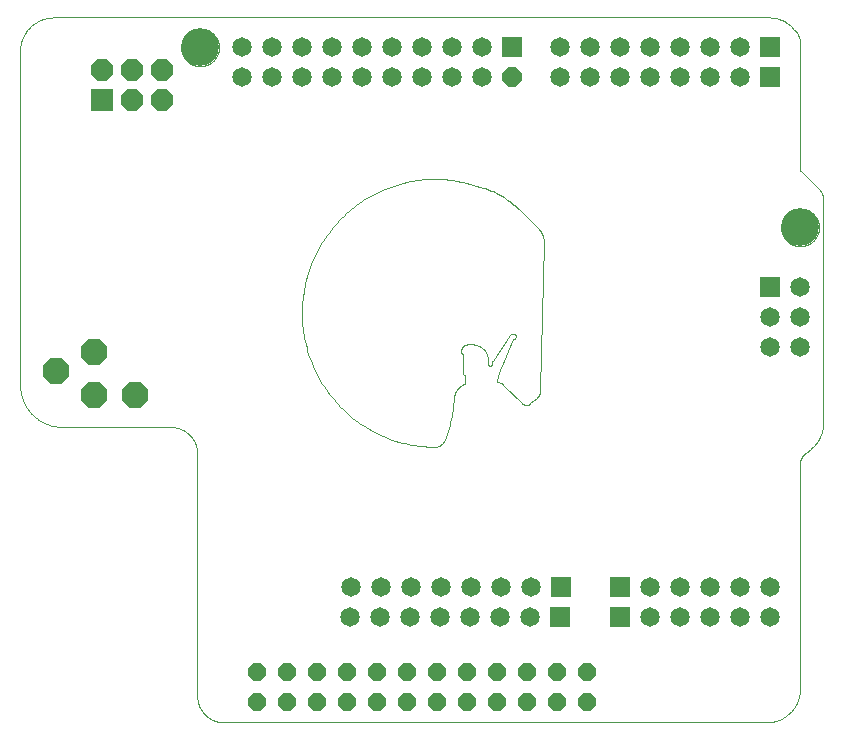
<source format=gbs>
G75*
%MOIN*%
%OFA0B0*%
%FSLAX25Y25*%
%IPPOS*%
%LPD*%
%AMOC8*
5,1,8,0,0,1.08239X$1,22.5*
%
%ADD10C,0.00000*%
%ADD11R,0.06500X0.06500*%
%ADD12C,0.06500*%
%ADD13C,0.12600*%
%ADD14R,0.07400X0.07400*%
%ADD15OC8,0.07400*%
%ADD16OC8,0.06000*%
%ADD17OC8,0.06500*%
%ADD18OC8,0.08500*%
D10*
X0064055Y0017159D02*
X0064055Y0097977D01*
X0064052Y0098190D01*
X0064045Y0098402D01*
X0064032Y0098615D01*
X0064014Y0098827D01*
X0063991Y0099038D01*
X0063963Y0099249D01*
X0063929Y0099459D01*
X0063891Y0099668D01*
X0063848Y0099877D01*
X0063799Y0100084D01*
X0063746Y0100290D01*
X0063687Y0100494D01*
X0063624Y0100697D01*
X0063556Y0100899D01*
X0063483Y0101099D01*
X0063405Y0101297D01*
X0063323Y0101493D01*
X0063235Y0101687D01*
X0063143Y0101878D01*
X0063047Y0102068D01*
X0062946Y0102255D01*
X0062840Y0102440D01*
X0062730Y0102622D01*
X0062615Y0102801D01*
X0062497Y0102978D01*
X0062374Y0103151D01*
X0062247Y0103322D01*
X0062115Y0103489D01*
X0061980Y0103654D01*
X0061841Y0103814D01*
X0061698Y0103972D01*
X0061551Y0104126D01*
X0061401Y0104276D01*
X0061247Y0104423D01*
X0061089Y0104566D01*
X0060929Y0104705D01*
X0060764Y0104840D01*
X0060597Y0104972D01*
X0060426Y0105099D01*
X0060253Y0105222D01*
X0060076Y0105340D01*
X0059897Y0105455D01*
X0059715Y0105565D01*
X0059530Y0105671D01*
X0059343Y0105772D01*
X0059153Y0105868D01*
X0058962Y0105960D01*
X0058768Y0106048D01*
X0058572Y0106130D01*
X0058374Y0106208D01*
X0058174Y0106281D01*
X0057972Y0106349D01*
X0057769Y0106412D01*
X0057565Y0106471D01*
X0057359Y0106524D01*
X0057152Y0106573D01*
X0056943Y0106616D01*
X0056734Y0106654D01*
X0056524Y0106688D01*
X0056313Y0106716D01*
X0056102Y0106739D01*
X0055890Y0106757D01*
X0055677Y0106770D01*
X0055465Y0106777D01*
X0055252Y0106780D01*
X0055252Y0106781D02*
X0019195Y0106781D01*
X0018852Y0106785D01*
X0018509Y0106798D01*
X0018167Y0106818D01*
X0017825Y0106847D01*
X0017484Y0106884D01*
X0017144Y0106930D01*
X0016805Y0106984D01*
X0016468Y0107045D01*
X0016132Y0107115D01*
X0015798Y0107193D01*
X0015466Y0107280D01*
X0015136Y0107374D01*
X0014809Y0107476D01*
X0014484Y0107586D01*
X0014161Y0107703D01*
X0013842Y0107829D01*
X0013526Y0107962D01*
X0013213Y0108103D01*
X0012904Y0108251D01*
X0012598Y0108407D01*
X0012296Y0108570D01*
X0011999Y0108740D01*
X0011705Y0108918D01*
X0011416Y0109102D01*
X0011131Y0109294D01*
X0010851Y0109492D01*
X0010576Y0109697D01*
X0010306Y0109909D01*
X0010041Y0110127D01*
X0009782Y0110351D01*
X0009528Y0110581D01*
X0009280Y0110818D01*
X0009037Y0111061D01*
X0008800Y0111309D01*
X0008570Y0111563D01*
X0008346Y0111822D01*
X0008128Y0112087D01*
X0007916Y0112357D01*
X0007711Y0112632D01*
X0007513Y0112912D01*
X0007321Y0113197D01*
X0007137Y0113486D01*
X0006959Y0113780D01*
X0006789Y0114077D01*
X0006626Y0114379D01*
X0006470Y0114685D01*
X0006322Y0114994D01*
X0006181Y0115307D01*
X0006048Y0115623D01*
X0005922Y0115942D01*
X0005805Y0116265D01*
X0005695Y0116590D01*
X0005593Y0116917D01*
X0005499Y0117247D01*
X0005412Y0117579D01*
X0005334Y0117913D01*
X0005264Y0118249D01*
X0005203Y0118586D01*
X0005149Y0118925D01*
X0005103Y0119265D01*
X0005066Y0119606D01*
X0005037Y0119948D01*
X0005017Y0120290D01*
X0005004Y0120633D01*
X0005000Y0120976D01*
X0005000Y0232153D01*
X0005003Y0232423D01*
X0005013Y0232692D01*
X0005029Y0232962D01*
X0005052Y0233230D01*
X0005081Y0233499D01*
X0005117Y0233766D01*
X0005159Y0234032D01*
X0005208Y0234298D01*
X0005263Y0234562D01*
X0005324Y0234824D01*
X0005392Y0235086D01*
X0005466Y0235345D01*
X0005546Y0235603D01*
X0005633Y0235858D01*
X0005725Y0236111D01*
X0005824Y0236363D01*
X0005929Y0236611D01*
X0006040Y0236857D01*
X0006156Y0237100D01*
X0006279Y0237341D01*
X0006407Y0237578D01*
X0006541Y0237812D01*
X0006680Y0238043D01*
X0006825Y0238270D01*
X0006976Y0238494D01*
X0007132Y0238714D01*
X0007293Y0238931D01*
X0007459Y0239143D01*
X0007631Y0239351D01*
X0007807Y0239555D01*
X0007989Y0239755D01*
X0008175Y0239950D01*
X0008366Y0240141D01*
X0008561Y0240327D01*
X0008761Y0240509D01*
X0008965Y0240685D01*
X0009173Y0240857D01*
X0009385Y0241023D01*
X0009602Y0241184D01*
X0009822Y0241340D01*
X0010046Y0241491D01*
X0010273Y0241636D01*
X0010504Y0241775D01*
X0010738Y0241909D01*
X0010975Y0242037D01*
X0011216Y0242160D01*
X0011459Y0242276D01*
X0011705Y0242387D01*
X0011953Y0242492D01*
X0012205Y0242591D01*
X0012458Y0242683D01*
X0012713Y0242770D01*
X0012971Y0242850D01*
X0013230Y0242924D01*
X0013492Y0242992D01*
X0013754Y0243053D01*
X0014018Y0243108D01*
X0014284Y0243157D01*
X0014550Y0243199D01*
X0014817Y0243235D01*
X0015086Y0243264D01*
X0015354Y0243287D01*
X0015624Y0243303D01*
X0015893Y0243313D01*
X0016163Y0243316D01*
X0254763Y0243316D01*
X0262006Y0240330D02*
X0263110Y0239234D01*
X0265000Y0234691D02*
X0265000Y0192770D01*
X0265293Y0192063D02*
X0271217Y0186214D01*
X0272717Y0182626D02*
X0272717Y0108230D01*
X0272714Y0107959D01*
X0272704Y0107688D01*
X0272687Y0107417D01*
X0272664Y0107147D01*
X0272635Y0106878D01*
X0272598Y0106609D01*
X0272556Y0106341D01*
X0272506Y0106074D01*
X0272451Y0105809D01*
X0272388Y0105545D01*
X0272320Y0105283D01*
X0272245Y0105022D01*
X0272164Y0104763D01*
X0272076Y0104507D01*
X0271982Y0104252D01*
X0271882Y0104000D01*
X0271776Y0103751D01*
X0271664Y0103504D01*
X0271546Y0103260D01*
X0271422Y0103019D01*
X0271292Y0102780D01*
X0271157Y0102546D01*
X0271016Y0102314D01*
X0270869Y0102086D01*
X0270716Y0101862D01*
X0270559Y0101641D01*
X0270396Y0101425D01*
X0270227Y0101212D01*
X0270054Y0101004D01*
X0269875Y0100799D01*
X0269692Y0100600D01*
X0269504Y0100404D01*
X0269311Y0100214D01*
X0269114Y0100028D01*
X0268912Y0099847D01*
X0268705Y0099671D01*
X0268495Y0099500D01*
X0266956Y0098282D01*
X0264843Y0093911D02*
X0264843Y0040427D01*
X0265000Y0019603D01*
X0264997Y0019331D01*
X0264987Y0019060D01*
X0264970Y0018788D01*
X0264947Y0018518D01*
X0264918Y0018247D01*
X0264882Y0017978D01*
X0264839Y0017709D01*
X0264790Y0017442D01*
X0264735Y0017176D01*
X0264673Y0016911D01*
X0264605Y0016648D01*
X0264530Y0016387D01*
X0264450Y0016127D01*
X0264362Y0015870D01*
X0264269Y0015615D01*
X0264170Y0015362D01*
X0264064Y0015111D01*
X0263953Y0014864D01*
X0263835Y0014618D01*
X0263712Y0014376D01*
X0263583Y0014137D01*
X0263448Y0013901D01*
X0263307Y0013669D01*
X0263161Y0013440D01*
X0263009Y0013214D01*
X0262852Y0012992D01*
X0262690Y0012774D01*
X0262522Y0012560D01*
X0262349Y0012350D01*
X0262172Y0012145D01*
X0261989Y0011944D01*
X0261801Y0011747D01*
X0261609Y0011555D01*
X0261412Y0011367D01*
X0261211Y0011184D01*
X0261006Y0011007D01*
X0260796Y0010834D01*
X0260582Y0010666D01*
X0260364Y0010504D01*
X0260142Y0010347D01*
X0259916Y0010195D01*
X0259687Y0010049D01*
X0259455Y0009908D01*
X0259219Y0009773D01*
X0258980Y0009644D01*
X0258738Y0009521D01*
X0258492Y0009403D01*
X0258245Y0009292D01*
X0257994Y0009186D01*
X0257741Y0009087D01*
X0257486Y0008994D01*
X0257229Y0008906D01*
X0256969Y0008826D01*
X0256708Y0008751D01*
X0256445Y0008683D01*
X0256180Y0008621D01*
X0255914Y0008566D01*
X0255647Y0008517D01*
X0255378Y0008474D01*
X0255109Y0008438D01*
X0254838Y0008409D01*
X0254568Y0008386D01*
X0254296Y0008369D01*
X0254025Y0008359D01*
X0253753Y0008356D01*
X0072859Y0008356D01*
X0072646Y0008359D01*
X0072434Y0008366D01*
X0072221Y0008379D01*
X0072009Y0008397D01*
X0071798Y0008420D01*
X0071587Y0008448D01*
X0071377Y0008482D01*
X0071168Y0008520D01*
X0070959Y0008563D01*
X0070752Y0008612D01*
X0070546Y0008665D01*
X0070342Y0008724D01*
X0070139Y0008787D01*
X0069937Y0008855D01*
X0069737Y0008928D01*
X0069539Y0009006D01*
X0069343Y0009088D01*
X0069149Y0009176D01*
X0068958Y0009268D01*
X0068768Y0009364D01*
X0068581Y0009465D01*
X0068396Y0009571D01*
X0068214Y0009681D01*
X0068035Y0009796D01*
X0067858Y0009914D01*
X0067685Y0010037D01*
X0067514Y0010164D01*
X0067347Y0010296D01*
X0067182Y0010431D01*
X0067022Y0010570D01*
X0066864Y0010713D01*
X0066710Y0010860D01*
X0066560Y0011010D01*
X0066413Y0011164D01*
X0066270Y0011322D01*
X0066131Y0011482D01*
X0065996Y0011647D01*
X0065864Y0011814D01*
X0065737Y0011985D01*
X0065614Y0012158D01*
X0065496Y0012335D01*
X0065381Y0012514D01*
X0065271Y0012696D01*
X0065165Y0012881D01*
X0065064Y0013068D01*
X0064968Y0013258D01*
X0064876Y0013449D01*
X0064788Y0013643D01*
X0064706Y0013839D01*
X0064628Y0014037D01*
X0064555Y0014237D01*
X0064487Y0014439D01*
X0064424Y0014642D01*
X0064365Y0014846D01*
X0064312Y0015052D01*
X0064263Y0015259D01*
X0064220Y0015468D01*
X0064182Y0015677D01*
X0064148Y0015887D01*
X0064120Y0016098D01*
X0064097Y0016309D01*
X0064079Y0016521D01*
X0064066Y0016734D01*
X0064059Y0016946D01*
X0064056Y0017159D01*
X0143000Y0100155D02*
X0143121Y0100156D01*
X0143242Y0100160D01*
X0143363Y0100167D01*
X0143484Y0100179D01*
X0143604Y0100194D01*
X0143723Y0100214D01*
X0143842Y0100237D01*
X0143960Y0100264D01*
X0144077Y0100294D01*
X0144193Y0100328D01*
X0144308Y0100366D01*
X0144422Y0100408D01*
X0144534Y0100453D01*
X0144645Y0100502D01*
X0144754Y0100554D01*
X0144862Y0100609D01*
X0144968Y0100668D01*
X0145072Y0100731D01*
X0145173Y0100796D01*
X0145273Y0100865D01*
X0145370Y0100937D01*
X0145465Y0101012D01*
X0145558Y0101089D01*
X0145648Y0101170D01*
X0145736Y0101254D01*
X0145821Y0101340D01*
X0145903Y0101429D01*
X0145982Y0101521D01*
X0146058Y0101615D01*
X0146131Y0101711D01*
X0146202Y0101810D01*
X0146269Y0101911D01*
X0146332Y0102014D01*
X0146393Y0102118D01*
X0146450Y0102225D01*
X0146504Y0102334D01*
X0146554Y0102444D01*
X0146600Y0102556D01*
X0149600Y0116355D02*
X0149609Y0116500D01*
X0149622Y0116644D01*
X0149639Y0116788D01*
X0149659Y0116931D01*
X0149684Y0117074D01*
X0149712Y0117216D01*
X0149744Y0117357D01*
X0149780Y0117497D01*
X0149820Y0117636D01*
X0149863Y0117774D01*
X0149910Y0117911D01*
X0149961Y0118047D01*
X0150016Y0118181D01*
X0150074Y0118314D01*
X0150136Y0118444D01*
X0150201Y0118574D01*
X0150270Y0118701D01*
X0150342Y0118827D01*
X0150417Y0118950D01*
X0150496Y0119072D01*
X0150578Y0119191D01*
X0150664Y0119308D01*
X0150752Y0119422D01*
X0150844Y0119535D01*
X0150938Y0119644D01*
X0151035Y0119751D01*
X0151136Y0119856D01*
X0151239Y0119957D01*
X0151345Y0120056D01*
X0151453Y0120152D01*
X0151564Y0120245D01*
X0151677Y0120335D01*
X0151793Y0120422D01*
X0151911Y0120505D01*
X0152032Y0120586D01*
X0152154Y0120663D01*
X0152279Y0120737D01*
X0152405Y0120807D01*
X0152534Y0120874D01*
X0152664Y0120938D01*
X0152796Y0120997D01*
X0152929Y0121054D01*
X0153064Y0121106D01*
X0153200Y0121155D01*
X0153200Y0121156D02*
X0153200Y0124156D01*
X0153153Y0124158D01*
X0153106Y0124163D01*
X0153060Y0124173D01*
X0153015Y0124185D01*
X0152970Y0124202D01*
X0152928Y0124221D01*
X0152887Y0124244D01*
X0152847Y0124271D01*
X0152810Y0124300D01*
X0152776Y0124332D01*
X0152744Y0124366D01*
X0152715Y0124403D01*
X0152688Y0124443D01*
X0152665Y0124484D01*
X0152646Y0124526D01*
X0152629Y0124571D01*
X0152617Y0124616D01*
X0152607Y0124662D01*
X0152602Y0124709D01*
X0152600Y0124756D01*
X0152600Y0130756D01*
X0152598Y0130803D01*
X0152593Y0130850D01*
X0152583Y0130896D01*
X0152571Y0130941D01*
X0152554Y0130986D01*
X0152535Y0131028D01*
X0152512Y0131069D01*
X0152485Y0131109D01*
X0152456Y0131146D01*
X0152424Y0131180D01*
X0152390Y0131212D01*
X0152353Y0131241D01*
X0152313Y0131268D01*
X0152272Y0131291D01*
X0152230Y0131310D01*
X0152185Y0131327D01*
X0152140Y0131339D01*
X0152094Y0131349D01*
X0152047Y0131354D01*
X0152000Y0131356D01*
X0152000Y0131956D01*
X0152002Y0132053D01*
X0152008Y0132149D01*
X0152017Y0132245D01*
X0152031Y0132341D01*
X0152049Y0132436D01*
X0152070Y0132530D01*
X0152095Y0132624D01*
X0152124Y0132716D01*
X0152156Y0132807D01*
X0152192Y0132897D01*
X0152232Y0132985D01*
X0152275Y0133071D01*
X0152322Y0133156D01*
X0152372Y0133239D01*
X0152425Y0133319D01*
X0152481Y0133398D01*
X0152541Y0133474D01*
X0152604Y0133547D01*
X0152669Y0133619D01*
X0152737Y0133687D01*
X0152809Y0133752D01*
X0152882Y0133815D01*
X0152958Y0133875D01*
X0153037Y0133931D01*
X0153117Y0133984D01*
X0153200Y0134034D01*
X0153285Y0134081D01*
X0153371Y0134124D01*
X0153459Y0134164D01*
X0153549Y0134200D01*
X0153640Y0134232D01*
X0153732Y0134261D01*
X0153826Y0134286D01*
X0153920Y0134307D01*
X0154015Y0134325D01*
X0154111Y0134339D01*
X0154207Y0134348D01*
X0154303Y0134354D01*
X0154400Y0134356D01*
X0155600Y0134356D01*
X0155746Y0134354D01*
X0155892Y0134348D01*
X0156038Y0134338D01*
X0156184Y0134324D01*
X0156329Y0134307D01*
X0156474Y0134285D01*
X0156618Y0134259D01*
X0156761Y0134230D01*
X0156903Y0134196D01*
X0157045Y0134159D01*
X0157185Y0134118D01*
X0157324Y0134073D01*
X0157462Y0134025D01*
X0157599Y0133972D01*
X0157734Y0133917D01*
X0157867Y0133857D01*
X0157999Y0133794D01*
X0158129Y0133727D01*
X0158258Y0133657D01*
X0158384Y0133583D01*
X0158508Y0133506D01*
X0158630Y0133426D01*
X0158750Y0133342D01*
X0158868Y0133255D01*
X0158983Y0133165D01*
X0159096Y0133072D01*
X0159206Y0132975D01*
X0159314Y0132876D01*
X0159418Y0132774D01*
X0159520Y0132670D01*
X0159619Y0132562D01*
X0159716Y0132452D01*
X0159809Y0132339D01*
X0159899Y0132224D01*
X0159986Y0132106D01*
X0160070Y0131986D01*
X0160150Y0131864D01*
X0160227Y0131740D01*
X0160301Y0131614D01*
X0160371Y0131485D01*
X0160438Y0131355D01*
X0160501Y0131223D01*
X0160561Y0131090D01*
X0160616Y0130955D01*
X0160669Y0130818D01*
X0160717Y0130680D01*
X0160762Y0130541D01*
X0160803Y0130401D01*
X0160840Y0130259D01*
X0160874Y0130117D01*
X0160903Y0129974D01*
X0160929Y0129830D01*
X0160951Y0129685D01*
X0160968Y0129540D01*
X0160982Y0129394D01*
X0160992Y0129248D01*
X0160998Y0129102D01*
X0161000Y0128956D01*
X0161000Y0127756D01*
X0161600Y0127156D02*
X0161647Y0127158D01*
X0161694Y0127163D01*
X0161740Y0127173D01*
X0161785Y0127185D01*
X0161830Y0127202D01*
X0161872Y0127221D01*
X0161913Y0127244D01*
X0161953Y0127271D01*
X0161990Y0127300D01*
X0162024Y0127332D01*
X0162056Y0127366D01*
X0162085Y0127403D01*
X0162112Y0127443D01*
X0162135Y0127484D01*
X0162154Y0127526D01*
X0162171Y0127571D01*
X0162183Y0127616D01*
X0162193Y0127662D01*
X0162198Y0127709D01*
X0162200Y0127756D01*
X0161600Y0127156D02*
X0161553Y0127158D01*
X0161506Y0127163D01*
X0161460Y0127173D01*
X0161415Y0127185D01*
X0161370Y0127202D01*
X0161328Y0127221D01*
X0161287Y0127244D01*
X0161247Y0127271D01*
X0161210Y0127300D01*
X0161176Y0127332D01*
X0161144Y0127366D01*
X0161115Y0127403D01*
X0161088Y0127443D01*
X0161065Y0127484D01*
X0161046Y0127526D01*
X0161029Y0127571D01*
X0161017Y0127616D01*
X0161007Y0127662D01*
X0161002Y0127709D01*
X0161000Y0127756D01*
X0162533Y0128855D02*
X0168200Y0137356D01*
X0169400Y0137956D02*
X0169459Y0137950D01*
X0169518Y0137941D01*
X0169576Y0137928D01*
X0169633Y0137912D01*
X0169688Y0137891D01*
X0169743Y0137867D01*
X0169795Y0137839D01*
X0169846Y0137808D01*
X0169894Y0137774D01*
X0169940Y0137737D01*
X0169984Y0137696D01*
X0170025Y0137653D01*
X0170062Y0137608D01*
X0170097Y0137559D01*
X0170129Y0137509D01*
X0170157Y0137457D01*
X0170182Y0137403D01*
X0170203Y0137347D01*
X0170220Y0137291D01*
X0170233Y0137233D01*
X0170243Y0137174D01*
X0170249Y0137115D01*
X0170251Y0137056D01*
X0170249Y0136997D01*
X0170243Y0136938D01*
X0170233Y0136879D01*
X0170220Y0136821D01*
X0170203Y0136765D01*
X0170182Y0136709D01*
X0170157Y0136655D01*
X0170129Y0136603D01*
X0170097Y0136553D01*
X0170062Y0136504D01*
X0170025Y0136459D01*
X0169984Y0136416D01*
X0169940Y0136375D01*
X0169894Y0136338D01*
X0169846Y0136304D01*
X0169795Y0136273D01*
X0169743Y0136245D01*
X0169688Y0136221D01*
X0169633Y0136200D01*
X0169576Y0136184D01*
X0169518Y0136171D01*
X0169459Y0136162D01*
X0169400Y0136156D01*
X0165200Y0126556D01*
X0162200Y0127756D02*
X0162202Y0127839D01*
X0162207Y0127922D01*
X0162216Y0128005D01*
X0162228Y0128087D01*
X0162244Y0128169D01*
X0162263Y0128250D01*
X0162285Y0128330D01*
X0162311Y0128409D01*
X0162340Y0128487D01*
X0162372Y0128564D01*
X0162408Y0128639D01*
X0162446Y0128713D01*
X0162488Y0128785D01*
X0162533Y0128855D01*
X0166049Y0120907D02*
X0172169Y0114787D01*
X0172170Y0114787D02*
X0172235Y0114724D01*
X0172303Y0114664D01*
X0172373Y0114607D01*
X0172445Y0114553D01*
X0172520Y0114503D01*
X0172597Y0114455D01*
X0172675Y0114410D01*
X0172756Y0114369D01*
X0172838Y0114332D01*
X0172922Y0114297D01*
X0173007Y0114267D01*
X0173093Y0114240D01*
X0173180Y0114216D01*
X0173268Y0114196D01*
X0173357Y0114180D01*
X0173447Y0114168D01*
X0173537Y0114159D01*
X0173627Y0114154D01*
X0173717Y0114153D01*
X0173808Y0114156D01*
X0173898Y0114162D01*
X0173988Y0114172D01*
X0174077Y0114186D01*
X0174166Y0114204D01*
X0174253Y0114225D01*
X0174340Y0114250D01*
X0174426Y0114279D01*
X0174510Y0114311D01*
X0174593Y0114347D01*
X0174675Y0114386D01*
X0174755Y0114428D01*
X0174833Y0114474D01*
X0174909Y0114523D01*
X0174983Y0114575D01*
X0175054Y0114630D01*
X0175123Y0114688D01*
X0177241Y0116542D01*
X0178435Y0119095D02*
X0179558Y0168521D01*
X0179559Y0168521D02*
X0179560Y0168669D01*
X0179558Y0168817D01*
X0179551Y0168964D01*
X0179541Y0169112D01*
X0179527Y0169259D01*
X0179509Y0169405D01*
X0179488Y0169551D01*
X0179462Y0169697D01*
X0179433Y0169842D01*
X0179400Y0169985D01*
X0179364Y0170129D01*
X0179323Y0170271D01*
X0179279Y0170411D01*
X0179231Y0170551D01*
X0179180Y0170690D01*
X0179125Y0170827D01*
X0179067Y0170962D01*
X0179005Y0171096D01*
X0178939Y0171229D01*
X0178870Y0171359D01*
X0178798Y0171488D01*
X0178722Y0171615D01*
X0178643Y0171740D01*
X0178561Y0171862D01*
X0178476Y0171983D01*
X0178387Y0172101D01*
X0178296Y0172217D01*
X0178201Y0172331D01*
X0178104Y0172442D01*
X0178004Y0172550D01*
X0177901Y0172656D01*
X0177901Y0172655D02*
X0171200Y0179356D01*
X0159200Y0186556D02*
X0152600Y0188356D01*
X0159200Y0186556D02*
X0159874Y0186342D01*
X0160542Y0186112D01*
X0161204Y0185865D01*
X0161860Y0185602D01*
X0162509Y0185323D01*
X0163152Y0185028D01*
X0163787Y0184718D01*
X0164414Y0184392D01*
X0165033Y0184051D01*
X0165643Y0183695D01*
X0166245Y0183324D01*
X0166837Y0182938D01*
X0167420Y0182538D01*
X0167992Y0182124D01*
X0168555Y0181696D01*
X0169106Y0181254D01*
X0169647Y0180799D01*
X0170176Y0180331D01*
X0170694Y0179850D01*
X0171200Y0179356D01*
X0152600Y0188356D02*
X0151799Y0188564D01*
X0150993Y0188753D01*
X0150182Y0188922D01*
X0149368Y0189071D01*
X0148550Y0189200D01*
X0147729Y0189309D01*
X0146906Y0189399D01*
X0146081Y0189468D01*
X0145255Y0189518D01*
X0144428Y0189547D01*
X0143600Y0189556D01*
X0143600Y0189555D02*
X0142508Y0189540D01*
X0141417Y0189499D01*
X0140328Y0189431D01*
X0139240Y0189337D01*
X0138155Y0189216D01*
X0137074Y0189068D01*
X0135996Y0188895D01*
X0134923Y0188695D01*
X0133855Y0188468D01*
X0132793Y0188216D01*
X0131737Y0187938D01*
X0130689Y0187634D01*
X0129648Y0187305D01*
X0128615Y0186950D01*
X0127592Y0186571D01*
X0126578Y0186166D01*
X0125574Y0185737D01*
X0124581Y0185283D01*
X0123600Y0184806D01*
X0122630Y0184304D01*
X0121673Y0183779D01*
X0120729Y0183231D01*
X0119799Y0182660D01*
X0118883Y0182066D01*
X0117982Y0181450D01*
X0117096Y0180812D01*
X0116225Y0180153D01*
X0115372Y0179473D01*
X0114535Y0178772D01*
X0113715Y0178051D01*
X0112913Y0177310D01*
X0112130Y0176550D01*
X0111365Y0175771D01*
X0110620Y0174973D01*
X0109894Y0174158D01*
X0109189Y0173325D01*
X0108504Y0172475D01*
X0107840Y0171608D01*
X0107197Y0170726D01*
X0106576Y0169828D01*
X0105978Y0168915D01*
X0105401Y0167988D01*
X0104848Y0167047D01*
X0104317Y0166093D01*
X0103810Y0165126D01*
X0103327Y0164147D01*
X0102868Y0163157D01*
X0102433Y0162156D01*
X0102023Y0161144D01*
X0101638Y0160123D01*
X0101277Y0159092D01*
X0100942Y0158053D01*
X0100633Y0157006D01*
X0100349Y0155952D01*
X0100091Y0154892D01*
X0099859Y0153825D01*
X0099653Y0152753D01*
X0099473Y0151676D01*
X0099319Y0150595D01*
X0099192Y0149511D01*
X0099092Y0148424D01*
X0099018Y0147335D01*
X0098971Y0146244D01*
X0098950Y0145153D01*
X0098956Y0144061D01*
X0098989Y0142970D01*
X0099048Y0141880D01*
X0099134Y0140792D01*
X0099246Y0139706D01*
X0099385Y0138623D01*
X0099551Y0137544D01*
X0099742Y0136470D01*
X0099960Y0135400D01*
X0100204Y0134336D01*
X0100474Y0133278D01*
X0100769Y0132227D01*
X0101090Y0131184D01*
X0101437Y0130149D01*
X0101808Y0129122D01*
X0102205Y0128105D01*
X0102626Y0127098D01*
X0103072Y0126102D01*
X0103542Y0125116D01*
X0104036Y0124143D01*
X0104553Y0123182D01*
X0105094Y0122234D01*
X0105658Y0121299D01*
X0106245Y0120378D01*
X0106853Y0119472D01*
X0107484Y0118581D01*
X0108136Y0117706D01*
X0108810Y0116847D01*
X0109504Y0116004D01*
X0110219Y0115179D01*
X0110953Y0114371D01*
X0111707Y0113582D01*
X0112480Y0112811D01*
X0113272Y0112060D01*
X0114082Y0111328D01*
X0114909Y0110616D01*
X0115754Y0109924D01*
X0116615Y0109253D01*
X0117493Y0108604D01*
X0118386Y0107976D01*
X0119294Y0107370D01*
X0120216Y0106786D01*
X0121153Y0106225D01*
X0122103Y0105688D01*
X0123065Y0105173D01*
X0124040Y0104682D01*
X0125027Y0104215D01*
X0126025Y0103773D01*
X0127033Y0103355D01*
X0128052Y0102961D01*
X0129079Y0102593D01*
X0130116Y0102249D01*
X0131160Y0101932D01*
X0132212Y0101639D01*
X0133270Y0101373D01*
X0134335Y0101132D01*
X0135405Y0100918D01*
X0136481Y0100730D01*
X0137560Y0100568D01*
X0138644Y0100432D01*
X0139730Y0100323D01*
X0140818Y0100241D01*
X0141908Y0100185D01*
X0143000Y0100156D01*
X0164000Y0121756D02*
X0164103Y0121754D01*
X0164207Y0121749D01*
X0164310Y0121739D01*
X0164412Y0121727D01*
X0164514Y0121710D01*
X0164616Y0121690D01*
X0164716Y0121666D01*
X0164816Y0121639D01*
X0164915Y0121608D01*
X0165012Y0121573D01*
X0165109Y0121535D01*
X0165203Y0121494D01*
X0165297Y0121450D01*
X0165388Y0121402D01*
X0165478Y0121350D01*
X0165566Y0121296D01*
X0165652Y0121239D01*
X0165736Y0121178D01*
X0165818Y0121115D01*
X0165897Y0121048D01*
X0165974Y0120979D01*
X0166048Y0120907D01*
X0177241Y0116542D02*
X0177327Y0116620D01*
X0177411Y0116700D01*
X0177491Y0116784D01*
X0177569Y0116870D01*
X0177644Y0116958D01*
X0177716Y0117049D01*
X0177785Y0117143D01*
X0177851Y0117238D01*
X0177914Y0117336D01*
X0177973Y0117436D01*
X0178029Y0117537D01*
X0178082Y0117641D01*
X0178131Y0117746D01*
X0178176Y0117853D01*
X0178219Y0117961D01*
X0178257Y0118070D01*
X0178292Y0118181D01*
X0178323Y0118293D01*
X0178350Y0118406D01*
X0178374Y0118519D01*
X0178394Y0118634D01*
X0178410Y0118748D01*
X0178422Y0118864D01*
X0178431Y0118980D01*
X0178435Y0119096D01*
X0164000Y0121756D02*
X0164031Y0122110D01*
X0164072Y0122462D01*
X0164120Y0122814D01*
X0164177Y0123165D01*
X0164243Y0123514D01*
X0164316Y0123861D01*
X0164398Y0124206D01*
X0164488Y0124550D01*
X0164587Y0124891D01*
X0164693Y0125230D01*
X0164808Y0125566D01*
X0164931Y0125899D01*
X0165061Y0126229D01*
X0165200Y0126556D01*
X0168200Y0137356D02*
X0168240Y0137413D01*
X0168284Y0137469D01*
X0168330Y0137521D01*
X0168379Y0137572D01*
X0168430Y0137620D01*
X0168484Y0137665D01*
X0168540Y0137707D01*
X0168598Y0137746D01*
X0168658Y0137782D01*
X0168720Y0137815D01*
X0168784Y0137845D01*
X0168849Y0137871D01*
X0168915Y0137894D01*
X0168983Y0137914D01*
X0169051Y0137930D01*
X0169120Y0137942D01*
X0169190Y0137951D01*
X0169260Y0137956D01*
X0169330Y0137958D01*
X0169400Y0137956D01*
X0149600Y0116355D02*
X0149539Y0115344D01*
X0149455Y0114334D01*
X0149346Y0113326D01*
X0149214Y0112322D01*
X0149058Y0111320D01*
X0148878Y0110323D01*
X0148674Y0109330D01*
X0148447Y0108343D01*
X0148197Y0107361D01*
X0147923Y0106385D01*
X0147627Y0105416D01*
X0147307Y0104455D01*
X0146965Y0103501D01*
X0146600Y0102555D01*
X0258700Y0173356D02*
X0258702Y0173514D01*
X0258708Y0173673D01*
X0258718Y0173831D01*
X0258732Y0173988D01*
X0258750Y0174146D01*
X0258771Y0174302D01*
X0258797Y0174459D01*
X0258827Y0174614D01*
X0258860Y0174769D01*
X0258898Y0174923D01*
X0258939Y0175076D01*
X0258984Y0175227D01*
X0259033Y0175378D01*
X0259086Y0175527D01*
X0259142Y0175675D01*
X0259203Y0175822D01*
X0259266Y0175967D01*
X0259334Y0176110D01*
X0259405Y0176251D01*
X0259479Y0176391D01*
X0259557Y0176529D01*
X0259639Y0176665D01*
X0259724Y0176798D01*
X0259812Y0176930D01*
X0259903Y0177059D01*
X0259998Y0177186D01*
X0260096Y0177310D01*
X0260197Y0177432D01*
X0260301Y0177552D01*
X0260407Y0177669D01*
X0260517Y0177783D01*
X0260630Y0177894D01*
X0260745Y0178002D01*
X0260864Y0178108D01*
X0260984Y0178210D01*
X0261107Y0178310D01*
X0261233Y0178406D01*
X0261361Y0178499D01*
X0261492Y0178589D01*
X0261624Y0178675D01*
X0261759Y0178758D01*
X0261896Y0178838D01*
X0262035Y0178914D01*
X0262175Y0178987D01*
X0262318Y0179056D01*
X0262462Y0179122D01*
X0262607Y0179184D01*
X0262755Y0179242D01*
X0262903Y0179297D01*
X0263053Y0179348D01*
X0263204Y0179395D01*
X0263357Y0179438D01*
X0263510Y0179477D01*
X0263664Y0179513D01*
X0263819Y0179544D01*
X0263975Y0179572D01*
X0264132Y0179596D01*
X0264289Y0179616D01*
X0264447Y0179632D01*
X0264604Y0179644D01*
X0264763Y0179652D01*
X0264921Y0179656D01*
X0265079Y0179656D01*
X0265237Y0179652D01*
X0265396Y0179644D01*
X0265553Y0179632D01*
X0265711Y0179616D01*
X0265868Y0179596D01*
X0266025Y0179572D01*
X0266181Y0179544D01*
X0266336Y0179513D01*
X0266490Y0179477D01*
X0266643Y0179438D01*
X0266796Y0179395D01*
X0266947Y0179348D01*
X0267097Y0179297D01*
X0267245Y0179242D01*
X0267393Y0179184D01*
X0267538Y0179122D01*
X0267682Y0179056D01*
X0267825Y0178987D01*
X0267965Y0178914D01*
X0268104Y0178838D01*
X0268241Y0178758D01*
X0268376Y0178675D01*
X0268508Y0178589D01*
X0268639Y0178499D01*
X0268767Y0178406D01*
X0268893Y0178310D01*
X0269016Y0178210D01*
X0269136Y0178108D01*
X0269255Y0178002D01*
X0269370Y0177894D01*
X0269483Y0177783D01*
X0269593Y0177669D01*
X0269699Y0177552D01*
X0269803Y0177432D01*
X0269904Y0177310D01*
X0270002Y0177186D01*
X0270097Y0177059D01*
X0270188Y0176930D01*
X0270276Y0176798D01*
X0270361Y0176665D01*
X0270443Y0176529D01*
X0270521Y0176391D01*
X0270595Y0176251D01*
X0270666Y0176110D01*
X0270734Y0175967D01*
X0270797Y0175822D01*
X0270858Y0175675D01*
X0270914Y0175527D01*
X0270967Y0175378D01*
X0271016Y0175227D01*
X0271061Y0175076D01*
X0271102Y0174923D01*
X0271140Y0174769D01*
X0271173Y0174614D01*
X0271203Y0174459D01*
X0271229Y0174302D01*
X0271250Y0174146D01*
X0271268Y0173988D01*
X0271282Y0173831D01*
X0271292Y0173673D01*
X0271298Y0173514D01*
X0271300Y0173356D01*
X0271298Y0173198D01*
X0271292Y0173039D01*
X0271282Y0172881D01*
X0271268Y0172724D01*
X0271250Y0172566D01*
X0271229Y0172410D01*
X0271203Y0172253D01*
X0271173Y0172098D01*
X0271140Y0171943D01*
X0271102Y0171789D01*
X0271061Y0171636D01*
X0271016Y0171485D01*
X0270967Y0171334D01*
X0270914Y0171185D01*
X0270858Y0171037D01*
X0270797Y0170890D01*
X0270734Y0170745D01*
X0270666Y0170602D01*
X0270595Y0170461D01*
X0270521Y0170321D01*
X0270443Y0170183D01*
X0270361Y0170047D01*
X0270276Y0169914D01*
X0270188Y0169782D01*
X0270097Y0169653D01*
X0270002Y0169526D01*
X0269904Y0169402D01*
X0269803Y0169280D01*
X0269699Y0169160D01*
X0269593Y0169043D01*
X0269483Y0168929D01*
X0269370Y0168818D01*
X0269255Y0168710D01*
X0269136Y0168604D01*
X0269016Y0168502D01*
X0268893Y0168402D01*
X0268767Y0168306D01*
X0268639Y0168213D01*
X0268508Y0168123D01*
X0268376Y0168037D01*
X0268241Y0167954D01*
X0268104Y0167874D01*
X0267965Y0167798D01*
X0267825Y0167725D01*
X0267682Y0167656D01*
X0267538Y0167590D01*
X0267393Y0167528D01*
X0267245Y0167470D01*
X0267097Y0167415D01*
X0266947Y0167364D01*
X0266796Y0167317D01*
X0266643Y0167274D01*
X0266490Y0167235D01*
X0266336Y0167199D01*
X0266181Y0167168D01*
X0266025Y0167140D01*
X0265868Y0167116D01*
X0265711Y0167096D01*
X0265553Y0167080D01*
X0265396Y0167068D01*
X0265237Y0167060D01*
X0265079Y0167056D01*
X0264921Y0167056D01*
X0264763Y0167060D01*
X0264604Y0167068D01*
X0264447Y0167080D01*
X0264289Y0167096D01*
X0264132Y0167116D01*
X0263975Y0167140D01*
X0263819Y0167168D01*
X0263664Y0167199D01*
X0263510Y0167235D01*
X0263357Y0167274D01*
X0263204Y0167317D01*
X0263053Y0167364D01*
X0262903Y0167415D01*
X0262755Y0167470D01*
X0262607Y0167528D01*
X0262462Y0167590D01*
X0262318Y0167656D01*
X0262175Y0167725D01*
X0262035Y0167798D01*
X0261896Y0167874D01*
X0261759Y0167954D01*
X0261624Y0168037D01*
X0261492Y0168123D01*
X0261361Y0168213D01*
X0261233Y0168306D01*
X0261107Y0168402D01*
X0260984Y0168502D01*
X0260864Y0168604D01*
X0260745Y0168710D01*
X0260630Y0168818D01*
X0260517Y0168929D01*
X0260407Y0169043D01*
X0260301Y0169160D01*
X0260197Y0169280D01*
X0260096Y0169402D01*
X0259998Y0169526D01*
X0259903Y0169653D01*
X0259812Y0169782D01*
X0259724Y0169914D01*
X0259639Y0170047D01*
X0259557Y0170183D01*
X0259479Y0170321D01*
X0259405Y0170461D01*
X0259334Y0170602D01*
X0259266Y0170745D01*
X0259203Y0170890D01*
X0259142Y0171037D01*
X0259086Y0171185D01*
X0259033Y0171334D01*
X0258984Y0171485D01*
X0258939Y0171636D01*
X0258898Y0171789D01*
X0258860Y0171943D01*
X0258827Y0172098D01*
X0258797Y0172253D01*
X0258771Y0172410D01*
X0258750Y0172566D01*
X0258732Y0172724D01*
X0258718Y0172881D01*
X0258708Y0173039D01*
X0258702Y0173198D01*
X0258700Y0173356D01*
X0272717Y0182626D02*
X0272715Y0182764D01*
X0272709Y0182901D01*
X0272700Y0183039D01*
X0272687Y0183176D01*
X0272670Y0183312D01*
X0272649Y0183448D01*
X0272625Y0183584D01*
X0272597Y0183719D01*
X0272566Y0183853D01*
X0272530Y0183986D01*
X0272491Y0184118D01*
X0272449Y0184249D01*
X0272403Y0184378D01*
X0272353Y0184507D01*
X0272300Y0184634D01*
X0272243Y0184759D01*
X0272184Y0184883D01*
X0272120Y0185005D01*
X0272054Y0185126D01*
X0271984Y0185244D01*
X0271911Y0185361D01*
X0271834Y0185476D01*
X0271755Y0185588D01*
X0271673Y0185699D01*
X0271587Y0185807D01*
X0271499Y0185912D01*
X0271408Y0186015D01*
X0271314Y0186116D01*
X0271217Y0186214D01*
X0265293Y0192063D02*
X0265251Y0192107D01*
X0265213Y0192153D01*
X0265177Y0192202D01*
X0265144Y0192253D01*
X0265115Y0192305D01*
X0265088Y0192360D01*
X0265065Y0192415D01*
X0265045Y0192472D01*
X0265029Y0192531D01*
X0265016Y0192590D01*
X0265007Y0192649D01*
X0265002Y0192710D01*
X0265000Y0192770D01*
X0262006Y0240331D02*
X0261826Y0240506D01*
X0261641Y0240676D01*
X0261452Y0240842D01*
X0261260Y0241003D01*
X0261063Y0241159D01*
X0260863Y0241311D01*
X0260659Y0241458D01*
X0260451Y0241599D01*
X0260241Y0241736D01*
X0260026Y0241867D01*
X0259809Y0241993D01*
X0259589Y0242113D01*
X0259366Y0242229D01*
X0259140Y0242338D01*
X0258911Y0242443D01*
X0258680Y0242541D01*
X0258447Y0242634D01*
X0258211Y0242721D01*
X0257974Y0242803D01*
X0257734Y0242878D01*
X0257493Y0242948D01*
X0257250Y0243012D01*
X0257005Y0243069D01*
X0256760Y0243121D01*
X0256513Y0243167D01*
X0256265Y0243207D01*
X0256016Y0243240D01*
X0255766Y0243268D01*
X0255516Y0243289D01*
X0255265Y0243305D01*
X0255014Y0243314D01*
X0254763Y0243317D01*
X0263110Y0239233D02*
X0263220Y0239121D01*
X0263328Y0239006D01*
X0263433Y0238888D01*
X0263535Y0238767D01*
X0263634Y0238644D01*
X0263730Y0238519D01*
X0263822Y0238391D01*
X0263912Y0238261D01*
X0263998Y0238129D01*
X0264082Y0237995D01*
X0264161Y0237859D01*
X0264238Y0237721D01*
X0264311Y0237581D01*
X0264380Y0237439D01*
X0264446Y0237296D01*
X0264509Y0237151D01*
X0264567Y0237005D01*
X0264623Y0236857D01*
X0264674Y0236708D01*
X0264722Y0236557D01*
X0264766Y0236406D01*
X0264807Y0236253D01*
X0264843Y0236100D01*
X0264876Y0235945D01*
X0264905Y0235790D01*
X0264930Y0235634D01*
X0264951Y0235478D01*
X0264969Y0235321D01*
X0264983Y0235164D01*
X0264992Y0235006D01*
X0264998Y0234849D01*
X0265000Y0234691D01*
X0058700Y0233356D02*
X0058702Y0233514D01*
X0058708Y0233673D01*
X0058718Y0233831D01*
X0058732Y0233988D01*
X0058750Y0234146D01*
X0058771Y0234302D01*
X0058797Y0234459D01*
X0058827Y0234614D01*
X0058860Y0234769D01*
X0058898Y0234923D01*
X0058939Y0235076D01*
X0058984Y0235227D01*
X0059033Y0235378D01*
X0059086Y0235527D01*
X0059142Y0235675D01*
X0059203Y0235822D01*
X0059266Y0235967D01*
X0059334Y0236110D01*
X0059405Y0236251D01*
X0059479Y0236391D01*
X0059557Y0236529D01*
X0059639Y0236665D01*
X0059724Y0236798D01*
X0059812Y0236930D01*
X0059903Y0237059D01*
X0059998Y0237186D01*
X0060096Y0237310D01*
X0060197Y0237432D01*
X0060301Y0237552D01*
X0060407Y0237669D01*
X0060517Y0237783D01*
X0060630Y0237894D01*
X0060745Y0238002D01*
X0060864Y0238108D01*
X0060984Y0238210D01*
X0061107Y0238310D01*
X0061233Y0238406D01*
X0061361Y0238499D01*
X0061492Y0238589D01*
X0061624Y0238675D01*
X0061759Y0238758D01*
X0061896Y0238838D01*
X0062035Y0238914D01*
X0062175Y0238987D01*
X0062318Y0239056D01*
X0062462Y0239122D01*
X0062607Y0239184D01*
X0062755Y0239242D01*
X0062903Y0239297D01*
X0063053Y0239348D01*
X0063204Y0239395D01*
X0063357Y0239438D01*
X0063510Y0239477D01*
X0063664Y0239513D01*
X0063819Y0239544D01*
X0063975Y0239572D01*
X0064132Y0239596D01*
X0064289Y0239616D01*
X0064447Y0239632D01*
X0064604Y0239644D01*
X0064763Y0239652D01*
X0064921Y0239656D01*
X0065079Y0239656D01*
X0065237Y0239652D01*
X0065396Y0239644D01*
X0065553Y0239632D01*
X0065711Y0239616D01*
X0065868Y0239596D01*
X0066025Y0239572D01*
X0066181Y0239544D01*
X0066336Y0239513D01*
X0066490Y0239477D01*
X0066643Y0239438D01*
X0066796Y0239395D01*
X0066947Y0239348D01*
X0067097Y0239297D01*
X0067245Y0239242D01*
X0067393Y0239184D01*
X0067538Y0239122D01*
X0067682Y0239056D01*
X0067825Y0238987D01*
X0067965Y0238914D01*
X0068104Y0238838D01*
X0068241Y0238758D01*
X0068376Y0238675D01*
X0068508Y0238589D01*
X0068639Y0238499D01*
X0068767Y0238406D01*
X0068893Y0238310D01*
X0069016Y0238210D01*
X0069136Y0238108D01*
X0069255Y0238002D01*
X0069370Y0237894D01*
X0069483Y0237783D01*
X0069593Y0237669D01*
X0069699Y0237552D01*
X0069803Y0237432D01*
X0069904Y0237310D01*
X0070002Y0237186D01*
X0070097Y0237059D01*
X0070188Y0236930D01*
X0070276Y0236798D01*
X0070361Y0236665D01*
X0070443Y0236529D01*
X0070521Y0236391D01*
X0070595Y0236251D01*
X0070666Y0236110D01*
X0070734Y0235967D01*
X0070797Y0235822D01*
X0070858Y0235675D01*
X0070914Y0235527D01*
X0070967Y0235378D01*
X0071016Y0235227D01*
X0071061Y0235076D01*
X0071102Y0234923D01*
X0071140Y0234769D01*
X0071173Y0234614D01*
X0071203Y0234459D01*
X0071229Y0234302D01*
X0071250Y0234146D01*
X0071268Y0233988D01*
X0071282Y0233831D01*
X0071292Y0233673D01*
X0071298Y0233514D01*
X0071300Y0233356D01*
X0071298Y0233198D01*
X0071292Y0233039D01*
X0071282Y0232881D01*
X0071268Y0232724D01*
X0071250Y0232566D01*
X0071229Y0232410D01*
X0071203Y0232253D01*
X0071173Y0232098D01*
X0071140Y0231943D01*
X0071102Y0231789D01*
X0071061Y0231636D01*
X0071016Y0231485D01*
X0070967Y0231334D01*
X0070914Y0231185D01*
X0070858Y0231037D01*
X0070797Y0230890D01*
X0070734Y0230745D01*
X0070666Y0230602D01*
X0070595Y0230461D01*
X0070521Y0230321D01*
X0070443Y0230183D01*
X0070361Y0230047D01*
X0070276Y0229914D01*
X0070188Y0229782D01*
X0070097Y0229653D01*
X0070002Y0229526D01*
X0069904Y0229402D01*
X0069803Y0229280D01*
X0069699Y0229160D01*
X0069593Y0229043D01*
X0069483Y0228929D01*
X0069370Y0228818D01*
X0069255Y0228710D01*
X0069136Y0228604D01*
X0069016Y0228502D01*
X0068893Y0228402D01*
X0068767Y0228306D01*
X0068639Y0228213D01*
X0068508Y0228123D01*
X0068376Y0228037D01*
X0068241Y0227954D01*
X0068104Y0227874D01*
X0067965Y0227798D01*
X0067825Y0227725D01*
X0067682Y0227656D01*
X0067538Y0227590D01*
X0067393Y0227528D01*
X0067245Y0227470D01*
X0067097Y0227415D01*
X0066947Y0227364D01*
X0066796Y0227317D01*
X0066643Y0227274D01*
X0066490Y0227235D01*
X0066336Y0227199D01*
X0066181Y0227168D01*
X0066025Y0227140D01*
X0065868Y0227116D01*
X0065711Y0227096D01*
X0065553Y0227080D01*
X0065396Y0227068D01*
X0065237Y0227060D01*
X0065079Y0227056D01*
X0064921Y0227056D01*
X0064763Y0227060D01*
X0064604Y0227068D01*
X0064447Y0227080D01*
X0064289Y0227096D01*
X0064132Y0227116D01*
X0063975Y0227140D01*
X0063819Y0227168D01*
X0063664Y0227199D01*
X0063510Y0227235D01*
X0063357Y0227274D01*
X0063204Y0227317D01*
X0063053Y0227364D01*
X0062903Y0227415D01*
X0062755Y0227470D01*
X0062607Y0227528D01*
X0062462Y0227590D01*
X0062318Y0227656D01*
X0062175Y0227725D01*
X0062035Y0227798D01*
X0061896Y0227874D01*
X0061759Y0227954D01*
X0061624Y0228037D01*
X0061492Y0228123D01*
X0061361Y0228213D01*
X0061233Y0228306D01*
X0061107Y0228402D01*
X0060984Y0228502D01*
X0060864Y0228604D01*
X0060745Y0228710D01*
X0060630Y0228818D01*
X0060517Y0228929D01*
X0060407Y0229043D01*
X0060301Y0229160D01*
X0060197Y0229280D01*
X0060096Y0229402D01*
X0059998Y0229526D01*
X0059903Y0229653D01*
X0059812Y0229782D01*
X0059724Y0229914D01*
X0059639Y0230047D01*
X0059557Y0230183D01*
X0059479Y0230321D01*
X0059405Y0230461D01*
X0059334Y0230602D01*
X0059266Y0230745D01*
X0059203Y0230890D01*
X0059142Y0231037D01*
X0059086Y0231185D01*
X0059033Y0231334D01*
X0058984Y0231485D01*
X0058939Y0231636D01*
X0058898Y0231789D01*
X0058860Y0231943D01*
X0058827Y0232098D01*
X0058797Y0232253D01*
X0058771Y0232410D01*
X0058750Y0232566D01*
X0058732Y0232724D01*
X0058718Y0232881D01*
X0058708Y0233039D01*
X0058702Y0233198D01*
X0058700Y0233356D01*
X0266957Y0098281D02*
X0266842Y0098188D01*
X0266730Y0098092D01*
X0266621Y0097993D01*
X0266514Y0097891D01*
X0266410Y0097786D01*
X0266308Y0097678D01*
X0266210Y0097568D01*
X0266115Y0097455D01*
X0266022Y0097340D01*
X0265933Y0097222D01*
X0265847Y0097102D01*
X0265764Y0096980D01*
X0265684Y0096856D01*
X0265608Y0096729D01*
X0265535Y0096601D01*
X0265465Y0096470D01*
X0265399Y0096338D01*
X0265337Y0096205D01*
X0265278Y0096069D01*
X0265222Y0095932D01*
X0265171Y0095794D01*
X0265122Y0095654D01*
X0265078Y0095513D01*
X0265038Y0095371D01*
X0265001Y0095228D01*
X0264968Y0095084D01*
X0264939Y0094939D01*
X0264913Y0094794D01*
X0264892Y0094648D01*
X0264874Y0094501D01*
X0264861Y0094354D01*
X0264851Y0094206D01*
X0264845Y0094059D01*
X0264843Y0093911D01*
D11*
X0205000Y0053356D03*
X0205000Y0043356D03*
X0185000Y0043356D03*
X0185200Y0053356D03*
X0255000Y0153356D03*
X0255006Y0223352D03*
X0255000Y0233356D03*
X0169000Y0233356D03*
D12*
X0159000Y0233356D03*
X0149000Y0233356D03*
X0139000Y0233356D03*
X0129000Y0233356D03*
X0119000Y0233356D03*
X0109000Y0233356D03*
X0099000Y0233356D03*
X0089000Y0233356D03*
X0079000Y0233356D03*
X0078997Y0223352D03*
X0088997Y0223352D03*
X0098997Y0223352D03*
X0108997Y0223352D03*
X0118997Y0223352D03*
X0128997Y0223352D03*
X0138997Y0223352D03*
X0148997Y0223352D03*
X0158997Y0223352D03*
X0185006Y0223352D03*
X0195006Y0223352D03*
X0205006Y0223352D03*
X0215006Y0223352D03*
X0225006Y0223352D03*
X0235006Y0223352D03*
X0245006Y0223352D03*
X0245000Y0233356D03*
X0235000Y0233356D03*
X0225000Y0233356D03*
X0215000Y0233356D03*
X0205000Y0233356D03*
X0195000Y0233356D03*
X0185000Y0233356D03*
X0265000Y0153356D03*
X0265000Y0143356D03*
X0255000Y0143356D03*
X0255000Y0133356D03*
X0265000Y0133356D03*
X0255000Y0053356D03*
X0245000Y0053356D03*
X0235000Y0053356D03*
X0225000Y0053356D03*
X0215000Y0053356D03*
X0215000Y0043356D03*
X0225000Y0043356D03*
X0235000Y0043356D03*
X0245000Y0043356D03*
X0255000Y0043356D03*
X0175000Y0043356D03*
X0165000Y0043356D03*
X0155000Y0043356D03*
X0145000Y0043356D03*
X0135000Y0043356D03*
X0125000Y0043356D03*
X0115000Y0043356D03*
X0115200Y0053356D03*
X0125200Y0053356D03*
X0135200Y0053356D03*
X0145200Y0053356D03*
X0155200Y0053356D03*
X0165200Y0053356D03*
X0175200Y0053356D03*
D13*
X0265000Y0173356D03*
X0065000Y0233356D03*
D14*
X0032402Y0215954D03*
D15*
X0042402Y0215954D03*
X0052402Y0215954D03*
X0052402Y0225954D03*
X0042402Y0225954D03*
X0032402Y0225954D03*
D16*
X0083858Y0025167D03*
X0093858Y0025167D03*
X0103858Y0025167D03*
X0113858Y0025167D03*
X0123858Y0025167D03*
X0133858Y0025167D03*
X0143858Y0025167D03*
X0153858Y0025167D03*
X0163858Y0025167D03*
X0173858Y0025167D03*
X0183858Y0025167D03*
X0193858Y0025167D03*
X0193858Y0015167D03*
X0183858Y0015167D03*
X0173858Y0015167D03*
X0163858Y0015167D03*
X0153858Y0015167D03*
X0143858Y0015167D03*
X0133858Y0015167D03*
X0123858Y0015167D03*
X0113858Y0015167D03*
X0103858Y0015167D03*
X0093858Y0015167D03*
X0083858Y0015167D03*
D17*
X0168997Y0223352D03*
D18*
X0029600Y0131956D03*
X0017000Y0125356D03*
X0029600Y0117556D03*
X0043400Y0117556D03*
M02*

</source>
